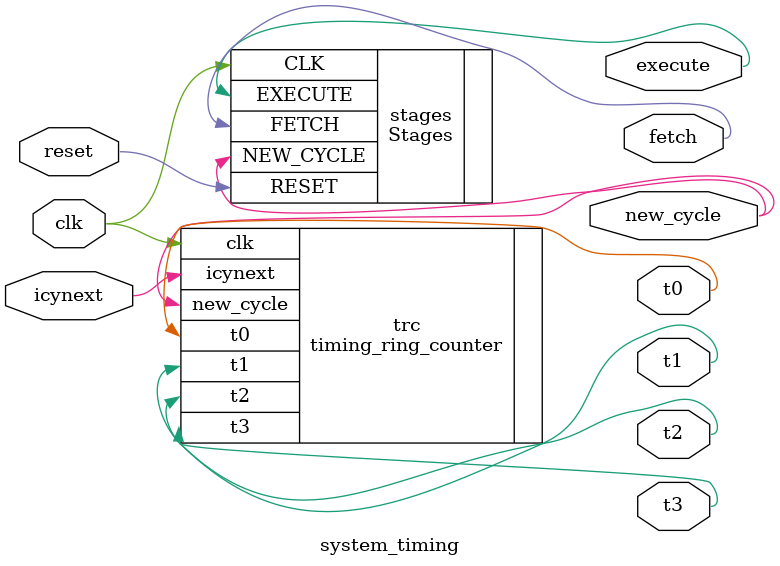
<source format=v>
`timescale 1ns / 1ps


module system_timing(reset, clk, icynext, t0, t1, t2, t3, fetch, execute, new_cycle);
    input reset;
    input clk;
    input icynext;
    output t0;
    output t1;
    output t2;
    output t3;
    output fetch;
    output execute;
    
    output new_cycle;
    timing_ring_counter trc(
    .clk(clk),
    .icynext(icynext),
    .t0(t0),
    .t1(t1),
    .t2(t2),
    .t3(t3),
    .new_cycle(new_cycle)
    );
    Stages stages (
    .RESET(reset),
    .CLK(clk),
    .NEW_CYCLE(new_cycle),
    .FETCH(fetch),
    .EXECUTE(execute)
    );
endmodule

</source>
